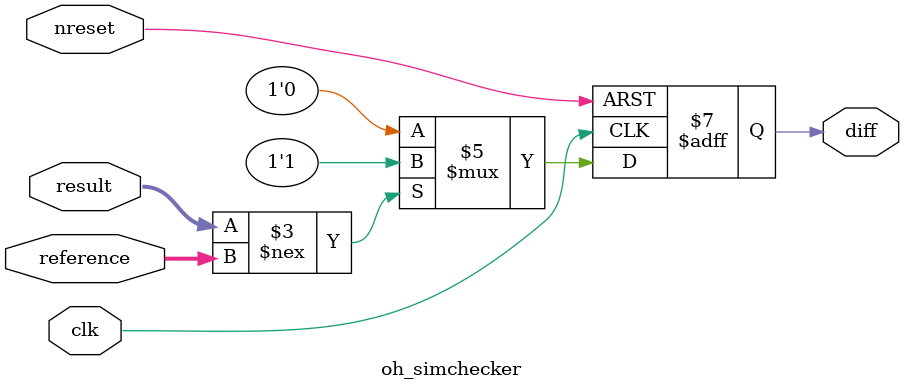
<source format=v>

module oh_simchecker #(parameter DW = 32 // Datapath width
		       )
  (
   //Inputs 
   input 	  clk,
   input 	  nreset,
   input [DW-1:0] result, // result to check
   input [DW-1:0] reference, // reference result
   output reg 	  diff //fail indicator
   );
   
   always @ (negedge clk or negedge nreset)
     if(~nreset)
       diff <= 1'b0;   
     else  if(result!==reference)
       begin
	  diff <= 1'b1;	  
`ifdef CFG_SIM 
	  $display("ERROR(%0t): result= %d(%h) reference= %d(%h)", $time, result,result, reference, reference);
`endif
       end
     else
       diff <= 1'b0;	  
   
endmodule // oh_simchecker


</source>
